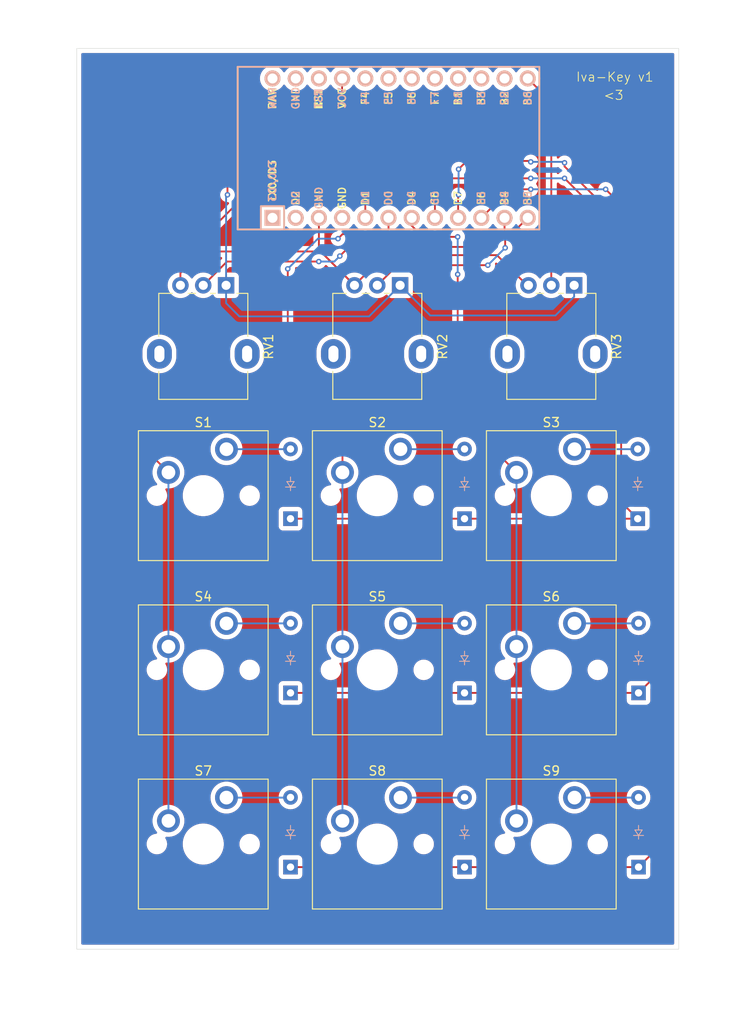
<source format=kicad_pcb>
(kicad_pcb (version 20240108) (generator "pcbnew") (generator_version "8.0")
  (layers (0 "F.Cu" signal) (31 "B.Cu" signal) (34 "B.Paste" user) (35 "F.Paste" user) (36 "B.SilkS" user "B.Silkscreen") (37 "F.SilkS" user "F.Silkscreen") (38 "B.Mask" user) (39 "F.Mask" user) (44 "Edge.Cuts" user))
  (net 0 "")
  (net 1 "row 1")
  (net 2 "Net-(D1-A)")
  (net 3 "Net-(D2-A)")
  (net 4 "Net-(D3-A)")
  (net 5 "Net-(D4-A)")
  (net 6 "row 2")
  (net 7 "Net-(D5-A)")
  (net 8 "Net-(D6-A)")
  (net 9 "row 3")
  (net 10 "Net-(D7-A)")
  (net 11 "Net-(D8-A)")
  (net 12 "Net-(D9-A)")
  (net 13 "vol 1")
  (net 14 "gnd")
  (net 15 "vcc")
  (net 16 "vol 2")
  (net 17 "vol 3")
  (net 18 "col 1")
  (net 19 "col 2")
  (net 20 "col 3")
  (footprint "Potentiometer_THT:Potentiometer_Alpha_RD901F-40-00D_Single_Vertical" (layer "F.Cu") (at 97.75 53.2 -90)
    (property "Reference" "RV1" (at 6.71 -4.64 90) (layer "F.SilkS"))
    (property "Value" "R_Potentiometer")
    (fp_line (start 0.88 7.37) (end 5.6 7.37) (stroke (width 0.12)) (layer "F.SilkS"))
    (fp_line (start 0.88 7.37) (end 0.88 5.88) (stroke (width 0.12)) (layer "F.SilkS"))
    (fp_line (start 9.41 7.37) (end 12.47 7.37) (stroke (width 0.12)) (layer "F.SilkS"))
    (fp_line (start 12.47 7.37) (end 12.47 -2.37) (stroke (width 0.12)) (layer "F.SilkS"))
    (fp_line (start 0.88 4.16) (end 0.88 3.33) (stroke (width 0.12)) (layer "F.SilkS"))
    (fp_line (start 0.88 1.71) (end 0.88 1.18) (stroke (width 0.12)) (layer "F.SilkS"))
    (fp_line (start 0.88 -1.19) (end 0.88 -2.37) (stroke (width 0.12)) (layer "F.SilkS"))
    (fp_line (start 9.41 -2.37) (end 12.47 -2.37) (stroke (width 0.12)) (layer "F.SilkS"))
    (fp_line (start 0.88 -2.38) (end 5.6 -2.38) (stroke (width 0.12)) (layer "F.SilkS"))
    (pad "" thru_hole oval (at 7.5 -2.3) (size 2.72 3.24) (drill oval 1.1 1.8) (layers "*.Cu" "*.Mask"))
    (pad "" thru_hole oval (at 7.5 7.3) (size 2.72 3.24) (drill oval 1.1 1.8) (layers "*.Cu" "*.Mask"))
    (pad "1" thru_hole rect (at 0 0) (size 1.8 1.8) (drill 1) (layers "*.Cu" "*.Mask") (net 15 "vcc"))
    (pad "2" thru_hole circle (at 0 2.5) (size 1.8 1.8) (drill 1) (layers "*.Cu" "*.Mask") (net 13 "vol 1"))
    (pad "3" thru_hole circle (at 0 5) (size 1.8 1.8) (drill 1) (layers "*.Cu" "*.Mask") (net 14 "gnd"))
  )
  (footprint "ScottoKeebs_MX:MX_PCB_1.00u" (layer "F.Cu") (at 95.25 76.2)
    (property "Reference" "S1" (at 0 -8 0) (layer "F.SilkS"))
    (property "Value" "Keyswitch")
    (fp_line (start -7.1 -7.1) (end -7.1 7.1) (stroke (width 0.12)) (layer "F.SilkS"))
    (fp_line (start -7.1 7.1) (end 7.1 7.1) (stroke (width 0.12)) (layer "F.SilkS"))
    (fp_line (start 7.1 -7.1) (end -7.1 -7.1) (stroke (width 0.12)) (layer "F.SilkS"))
    (fp_line (start 7.1 7.1) (end 7.1 -7.1) (stroke (width 0.12)) (layer "F.SilkS"))
    (pad "" np_thru_hole circle (at -5.08 0) (size 1.75 1.75) (drill 1.75) (layers "*.Cu" "*.Mask"))
    (pad "" np_thru_hole circle (at 0 0) (size 4 4) (drill 4) (layers "*.Cu" "*.Mask"))
    (pad "" np_thru_hole circle (at 5.08 0) (size 1.75 1.75) (drill 1.75) (layers "*.Cu" "*.Mask"))
    (pad "1" thru_hole circle (at -3.81 -2.54) (size 2.5 2.5) (drill 1.5) (layers "*.Cu" "*.Mask") (net 18 "col 1"))
    (pad "2" thru_hole circle (at 2.54 -5.08) (size 2.5 2.5) (drill 1.5) (layers "*.Cu" "*.Mask") (net 2 "Net-(D1-A)"))
  )
  (footprint "Potentiometer_THT:Potentiometer_Alpha_RD901F-40-00D_Single_Vertical" (layer "F.Cu") (at 135.85 53.2 -90)
    (property "Reference" "RV3" (at 6.71 -4.64 90) (layer "F.SilkS"))
    (property "Value" "R_Potentiometer")
    (fp_line (start 0.88 7.37) (end 5.6 7.37) (stroke (width 0.12)) (layer "F.SilkS"))
    (fp_line (start 0.88 7.37) (end 0.88 5.88) (stroke (width 0.12)) (layer "F.SilkS"))
    (fp_line (start 9.41 7.37) (end 12.47 7.37) (stroke (width 0.12)) (layer "F.SilkS"))
    (fp_line (start 12.47 7.37) (end 12.47 -2.37) (stroke (width 0.12)) (layer "F.SilkS"))
    (fp_line (start 0.88 4.16) (end 0.88 3.33) (stroke (width 0.12)) (layer "F.SilkS"))
    (fp_line (start 0.88 1.71) (end 0.88 1.18) (stroke (width 0.12)) (layer "F.SilkS"))
    (fp_line (start 0.88 -1.19) (end 0.88 -2.37) (stroke (width 0.12)) (layer "F.SilkS"))
    (fp_line (start 9.41 -2.37) (end 12.47 -2.37) (stroke (width 0.12)) (layer "F.SilkS"))
    (fp_line (start 0.88 -2.38) (end 5.6 -2.38) (stroke (width 0.12)) (layer "F.SilkS"))
    (pad "" thru_hole oval (at 7.5 -2.3) (size 2.72 3.24) (drill oval 1.1 1.8) (layers "*.Cu" "*.Mask"))
    (pad "" thru_hole oval (at 7.5 7.3) (size 2.72 3.24) (drill oval 1.1 1.8) (layers "*.Cu" "*.Mask"))
    (pad "1" thru_hole rect (at 0 0) (size 1.8 1.8) (drill 1) (layers "*.Cu" "*.Mask") (net 15 "vcc"))
    (pad "2" thru_hole circle (at 0 2.5) (size 1.8 1.8) (drill 1) (layers "*.Cu" "*.Mask") (net 17 "vol 3"))
    (pad "3" thru_hole circle (at 0 5) (size 1.8 1.8) (drill 1) (layers "*.Cu" "*.Mask") (net 14 "gnd"))
  )
  (footprint "ScottoKeebs_MCU:Arduino_Pro_Micro" (layer "F.Cu") (at 116.8 38.2 90)
    (property "Reference" "U1" (hide yes))
    (property "Value" "Arduino_Pro_Micro" (hide yes))
    (fp_line (start 8.89 -17.78) (end -8.89 -17.78) (stroke (width 0.2)) (layer "B.SilkS"))
    (fp_line (start -8.89 -17.78) (end -8.89 15.24) (stroke (width 0.2)) (layer "B.SilkS"))
    (fp_line (start -6.35 -15.24) (end -8.89 -15.24) (stroke (width 0.2)) (layer "B.SilkS"))
    (fp_line (start -6.35 -15.24) (end -6.35 -12.7) (stroke (width 0.2)) (layer "B.SilkS"))
    (fp_line (start -6.35 -12.7) (end -8.89 -12.7) (stroke (width 0.2)) (layer "B.SilkS"))
    (fp_line (start 8.89 15.24) (end 8.89 -17.78) (stroke (width 0.2)) (layer "B.SilkS"))
    (fp_line (start -8.89 15.24) (end 8.89 15.24) (stroke (width 0.2)) (layer "B.SilkS"))
    (fp_poly (pts (xy 6.244635 -9.35097) (xy 6.244635 -8.55097) (xy 6.344635 -8.55097) (xy 6.344635 -9.35097)) (stroke (width 0.15)) (fill solid) (layer "B.SilkS"))
    (fp_poly (pts (xy 5.844635 -9.35097) (xy 5.844635 -9.25097) (xy 6.344635 -9.25097) (xy 6.344635 -9.35097)) (stroke (width 0.15)) (fill solid) (layer "B.SilkS"))
    (fp_poly (pts (xy 5.844635 -9.35097) (xy 5.844635 -9.05097) (xy 5.944635 -9.05097) (xy 5.944635 -9.35097)) (stroke (width 0.15)) (fill solid) (layer "B.SilkS"))
    (fp_poly (pts (xy 6.044635 -8.95097) (xy 6.044635 -8.85097) (xy 6.144635 -8.85097) (xy 6.144635 -8.95097)) (stroke (width 0.15)) (fill solid) (layer "B.SilkS"))
    (fp_poly (pts (xy 5.844635 -8.75097) (xy 5.844635 -8.55097) (xy 5.944635 -8.55097) (xy 5.944635 -8.75097)) (stroke (width 0.15)) (fill solid) (layer "B.SilkS"))
    (fp_line (start 8.89 -17.78) (end -8.89 -17.78) (stroke (width 0.2)) (layer "F.SilkS"))
    (fp_line (start -8.89 -17.78) (end -8.89 15.24) (stroke (width 0.2)) (layer "F.SilkS"))
    (fp_line (start -6.35 -15.24) (end -8.89 -15.24) (stroke (width 0.2)) (layer "F.SilkS"))
    (fp_line (start -6.35 -15.24) (end -6.35 -12.7) (stroke (width 0.2)) (layer "F.SilkS"))
    (fp_line (start -6.35 -12.7) (end -8.89 -12.7) (stroke (width 0.2)) (layer "F.SilkS"))
    (fp_line (start 8.89 15.24) (end 8.89 -17.78) (stroke (width 0.2)) (layer "F.SilkS"))
    (fp_line (start -8.89 15.24) (end 8.89 15.24) (stroke (width 0.2)) (layer "F.SilkS"))
    (fp_poly (pts (xy 4.931568 -9.36064) (xy 4.931568 -9.26064) (xy 4.431568 -9.26064) (xy 4.431568 -9.36064)) (stroke (width 0.15)) (fill solid) (layer "F.SilkS"))
    (fp_poly (pts (xy 4.931568 -9.36064) (xy 4.931568 -9.06064) (xy 4.831568 -9.06064) (xy 4.831568 -9.36064)) (stroke (width 0.15)) (fill solid) (layer "F.SilkS"))
    (fp_poly (pts (xy 4.531568 -9.36064) (xy 4.531568 -8.56064) (xy 4.431568 -8.56064) (xy 4.431568 -9.36064)) (stroke (width 0.15)) (fill solid) (layer "F.SilkS"))
    (fp_poly (pts (xy 4.731568 -8.96064) (xy 4.731568 -8.86064) (xy 4.631568 -8.86064) (xy 4.631568 -8.96064)) (stroke (width 0.15)) (fill solid) (layer "F.SilkS"))
    (fp_poly (pts (xy 4.931568 -8.76064) (xy 4.931568 -8.56064) (xy 4.831568 -8.56064) (xy 4.831568 -8.76064)) (stroke (width 0.15)) (fill solid) (layer "F.SilkS"))
    (fp_text user "GND" (at -5.461 -8.89 -90) (layer "B.SilkS") (effects (font (size 0.8 0.8)) (justify mirror)))
    (fp_text user "ST" (at 5.04 -8.91 -90) (layer "B.SilkS") (effects (font (size 0.8 0.8)) (justify mirror)))
    (fp_text user "D1" (at -5.461 -3.81 -90) (layer "B.SilkS") (effects (font (size 0.8 0.8)) (justify mirror)))
    (fp_text user "TX0/D3" (at -3.571872 -13.97 -90) (layer "B.SilkS") (effects (font (size 0.8 0.8)) (justify mirror)))
    (fp_text user "B1" (at 5.461 6.35 -90) (layer "B.SilkS") (effects (font (size 0.8 0.8)) (justify mirror)))
    (fp_text user "B4" (at -5.461 11.43 -90) (layer "B.SilkS") (effects (font (size 0.8 0.8)) (justify mirror)))
    (fp_text user "D0" (at -5.461 -1.27 -90) (layer "B.SilkS") (effects (font (size 0.8 0.8)) (justify mirror)))
    (fp_text user "B5" (at -5.461 13.97 -90) (layer "B.SilkS") (effects (font (size 0.8 0.8)) (justify mirror)))
    (fp_text user "F6" (at 5.461 1.27 -90) (layer "B.SilkS") (effects (font (size 0.8 0.8)) (justify mirror)))
    (fp_text user "RAW" (at 5.461 -13.97 -90) (layer "B.SilkS") (effects (font (size 0.8 0.8)) (justify mirror)))
    (fp_text user "F7" (at 5.461 3.81 -90) (layer "B.SilkS") (effects (font (size 0.8 0.8)) (justify mirror)))
    (fp_text user "B2" (at 5.461 11.43 -90) (layer "B.SilkS") (effects (font (size 0.8 0.8)) (justify mirror)))
    (fp_text user "VCC" (at 5.461 -6.35 -90) (layer "B.SilkS") (effects (font (size 0.8 0.8)) (justify mirror)))
    (fp_text user "GND" (at 5.461 -11.43 -90) (layer "B.SilkS") (effects (font (size 0.8 0.8)) (justify mirror)))
    (fp_text user "F4" (at 5.461 -3.81 -90) (layer "B.SilkS") (effects (font (size 0.8 0.8)) (justify mirror)))
    (fp_text user "B6" (at 5.461 13.97 -90) (layer "B.SilkS") (effects (font (size 0.8 0.8)) (justify mirror)))
    (fp_text user "C6" (at -5.461 3.81 -90) (layer "B.SilkS") (effects (font (size 0.8 0.8)) (justify mirror)))
    (fp_text user "D2" (at -5.461 -11.43 -90) (layer "B.SilkS") (effects (font (size 0.8 0.8)) (justify mirror)))
    (fp_text user "B3" (at 5.461 8.89 -90) (layer "B.SilkS") (effects (font (size 0.8 0.8)) (justify mirror)))
    (fp_text user "D4" (at -5.461 1.27 -90) (layer "B.SilkS") (effects (font (size 0.8 0.8)) (justify mirror)))
    (fp_text user "E6" (at -5.461 8.89 -90) (layer "B.SilkS") (effects (font (size 0.8 0.8)) (justify mirror)))
    (fp_text user "F5" (at 5.461 -1.27 -90) (layer "B.SilkS") (effects (font (size 0.8 0.8)) (justify mirror)))
    (fp_text user "D1" (at -5.461 -3.81 -90) (layer "F.SilkS") (effects (font (size 0.8 0.8))))
    (fp_text user "D0" (at -5.461 -1.27 -90) (layer "F.SilkS") (effects (font (size 0.8 0.8))))
    (fp_text user "D2" (at -5.461 -11.43 -90) (layer "F.SilkS") (effects (font (size 0.8 0.8))))
    (fp_text user "D7" (at -5.461 6.35 -90) (layer "F.SilkS") (effects (font (size 0.8 0.8))))
    (fp_text user "B3" (at 5.461 8.89 -90) (layer "F.SilkS") (effects (font (size 0.8 0.8))))
    (fp_text user "ST" (at 5.73312 -8.92 -90) (layer "F.SilkS") (effects (font (size 0.8 0.8))))
    (fp_text user "C6" (at -5.461 3.81 -90) (layer "F.SilkS") (effects (font (size 0.8 0.8))))
    (fp_text user "E6" (at -5.461 8.89 -90) (layer "F.SilkS") (effects (font (size 0.8 0.8))))
    (fp_text user "B2" (at 5.461 11.43 -90) (layer "F.SilkS") (effects (font (size 0.8 0.8))))
    (fp_text user "B5" (at -5.461 13.97 -90) (layer "F.SilkS") (effects (font (size 0.8 0.8))))
    (fp_text user "GND" (at -5.461 -6.35 -90) (layer "F.SilkS") (effects (font (size 0.8 0.8))))
    (fp_text user "B4" (at -5.461 11.43 -90) (layer "F.SilkS") (effects (font (size 0.8 0.8))))
    (fp_text user "D4" (at -5.461 1.27 -90) (layer "F.SilkS") (effects (font (size 0.8 0.8))))
    (fp_text user "VCC" (at 5.461 -6.35 -90) (layer "F.SilkS") (effects (font (size 0.8 0.8))))
    (fp_text user "F4" (at 5.461 -3.81 -90) (layer "F.SilkS") (effects (font (size 0.8 0.8))))
    (fp_text user "B1" (at 5.461 6.35 -90) (layer "F.SilkS") (effects (font (size 0.8 0.8))))
    (fp_text user "F7" (at 5.461 3.81 -90) (layer "F.SilkS") (effects (font (size 0.8 0.8))))
    (fp_text user "F5" (at 5.461 -1.27 -90) (layer "F.SilkS") (effects (font (size 0.8 0.8))))
    (fp_text user "RAW" (at 5.461 -13.97 -90) (layer "F.SilkS") (effects (font (size 0.8 0.8))))
    (fp_text user "B6" (at 5.461 13.97 -90) (layer "F.SilkS") (effects (font (size 0.8 0.8))))
    (fp_text user "GND" (at 5.461 -11.43 -90) (layer "F.SilkS") (effects (font (size 0.8 0.8))))
    (fp_text user "F6" (at 5.461 1.27 -90) (layer "F.SilkS") (effects (font (size 0.8 0.8))))
    (fp_text user "TX0/D3" (at -3.571872 -13.97 -90) (layer "F.SilkS") (effects (font (size 0.8 0.8))))
    (fp_text user "GND" (at -5.461 -8.89 -90) (layer "F.SilkS") (effects (font (size 0.8 0.8))))
    (pad "1" thru_hole rect (at -7.62 -13.97) (size 1.7526 1.7526) (drill 1.0922) (layers "*.Cu" "*.SilkS" "*.Mask"))
    (pad "2" thru_hole circle (at -7.62 -11.43) (size 1.7526 1.7526) (drill 1.0922) (layers "*.Cu" "*.SilkS" "*.Mask"))
    (pad "3" thru_hole circle (at -7.62 -8.89) (size 1.7526 1.7526) (drill 1.0922) (layers "*.Cu" "*.SilkS" "*.Mask") (net 14 "gnd"))
    (pad "4" thru_hole circle (at -7.62 -6.35) (size 1.7526 1.7526) (drill 1.0922) (layers "*.Cu" "*.SilkS" "*.Mask"))
    (pad "5" thru_hole circle (at -7.62 -3.81) (size 1.7526 1.7526) (drill 1.0922) (layers "*.Cu" "*.SilkS" "*.Mask") (net 18 "col 1"))
    (pad "6" thru_hole circle (at -7.62 -1.27) (size 1.7526 1.7526) (drill 1.0922) (layers "*.Cu" "*.SilkS" "*.Mask") (net 19 "col 2"))
    (pad "7" thru_hole circle (at -7.62 1.27) (size 1.7526 1.7526) (drill 1.0922) (layers "*.Cu" "*.SilkS" "*.Mask") (net 20 "col 3"))
    (pad "8" thru_hole circle (at -7.62 3.81) (size 1.7526 1.7526) (drill 1.0922) (layers "*.Cu" "*.SilkS" "*.Mask") (net 1 "row 1"))
    (pad "9" thru_hole circle (at -7.62 6.35) (size 1.7526 1.7526) (drill 1.0922) (layers "*.Cu" "*.SilkS" "*.Mask") (net 6 "row 2"))
    (pad "10" thru_hole circle (at -7.62 8.89) (size 1.7526 1.7526) (drill 1.0922) (layers "*.Cu" "*.SilkS" "*.Mask") (net 9 "row 3"))
    (pad "11" thru_hole circle (at -7.62 11.43) (size 1.7526 1.7526) (drill 1.0922) (layers "*.Cu" "*.SilkS" "*.Mask") (net 13 "vol 1"))
    (pad "12" thru_hole circle (at -7.62 13.97) (size 1.7526 1.7526) (drill 1.0922) (layers "*.Cu" "*.SilkS" "*.Mask") (net 16 "vol 2"))
    (pad "13" thru_hole circle (at 7.62 13.97) (size 1.7526 1.7526) (drill 1.0922) (layers "*.Cu" "*.SilkS" "*.Mask") (net 17 "vol 3"))
    (pad "14" thru_hole circle (at 7.62 11.43) (size 1.7526 1.7526) (drill 1.0922) (layers "*.Cu" "*.SilkS" "*.Mask"))
    (pad "15" thru_hole circle (at 7.62 8.89) (size 1.7526 1.7526) (drill 1.0922) (layers "*.Cu" "*.SilkS" "*.Mask"))
    (pad "16" thru_hole circle (at 7.62 6.35) (size 1.7526 1.7526) (drill 1.0922) (layers "*.Cu" "*.SilkS" "*.Mask"))
    (pad "17" thru_hole circle (at 7.62 3.81) (size 1.7526 1.7526) (drill 1.0922) (layers "*.Cu" "*.SilkS" "*.Mask"))
    (pad "18" thru_hole circle (at 7.62 1.27) (size 1.7526 1.7526) (drill 1.0922) (layers "*.Cu" "*.SilkS" "*.Mask"))
    (pad "19" thru_hole circle (at 7.62 -1.27) (size 1.7526 1.7526) (drill 1.0922) (layers "*.Cu" "*.SilkS" "*.Mask"))
    (pad "20" thru_hole circle (at 7.62 -3.81) (size 1.7526 1.7526) (drill 1.0922) (layers "*.Cu" "*.SilkS" "*.Mask"))
    (pad "21" thru_hole circle (at 7.62 -6.35) (size 1.7526 1.7526) (drill 1.0922) (layers "*.Cu" "*.SilkS" "*.Mask") (net 15 "vcc"))
    (pad "22" thru_hole circle (at 7.62 -8.89) (size 1.7526 1.7526) (drill 1.0922) (layers "*.Cu" "*.SilkS" "*.Mask"))
    (pad "23" thru_hole circle (at 7.62 -11.43) (size 1.7526 1.7526) (drill 1.0922) (layers "*.Cu" "*.SilkS" "*.Mask"))
    (pad "24" thru_hole circle (at 7.62 -13.97) (size 1.7526 1.7526) (drill 1.0922) (layers "*.Cu" "*.SilkS" "*.Mask"))
  )
  (footprint "ScottoKeebs_MX:MX_PCB_1.00u" (layer "F.Cu") (at 133.35 95.25)
    (property "Reference" "S6" (at 0 -8 0) (layer "F.SilkS"))
    (property "Value" "Keyswitch")
    (fp_line (start -7.1 -7.1) (end -7.1 7.1) (stroke (width 0.12)) (layer "F.SilkS"))
    (fp_line (start -7.1 7.1) (end 7.1 7.1) (stroke (width 0.12)) (layer "F.SilkS"))
    (fp_line (start 7.1 -7.1) (end -7.1 -7.1) (stroke (width 0.12)) (layer "F.SilkS"))
    (fp_line (start 7.1 7.1) (end 7.1 -7.1) (stroke (width 0.12)) (layer "F.SilkS"))
    (pad "" np_thru_hole circle (at -5.08 0) (size 1.75 1.75) (drill 1.75) (layers "*.Cu" "*.Mask"))
    (pad "" np_thru_hole circle (at 0 0) (size 4 4) (drill 4) (layers "*.Cu" "*.Mask"))
    (pad "" np_thru_hole circle (at 5.08 0) (size 1.75 1.75) (drill 1.75) (layers "*.Cu" "*.Mask"))
    (pad "1" thru_hole circle (at -3.81 -2.54) (size 2.5 2.5) (drill 1.5) (layers "*.Cu" "*.Mask") (net 20 "col 3"))
    (pad "2" thru_hole circle (at 2.54 -5.08) (size 2.5 2.5) (drill 1.5) (layers "*.Cu" "*.Mask") (net 8 "Net-(D6-A)"))
  )
  (footprint "ScottoKeebs_MX:MX_PCB_1.00u" (layer "F.Cu") (at 95.25 114.3)
    (property "Reference" "S7" (at 0 -8 0) (layer "F.SilkS"))
    (property "Value" "Keyswitch")
    (fp_line (start -7.1 -7.1) (end -7.1 7.1) (stroke (width 0.12)) (layer "F.SilkS"))
    (fp_line (start -7.1 7.1) (end 7.1 7.1) (stroke (width 0.12)) (layer "F.SilkS"))
    (fp_line (start 7.1 -7.1) (end -7.1 -7.1) (stroke (width 0.12)) (layer "F.SilkS"))
    (fp_line (start 7.1 7.1) (end 7.1 -7.1) (stroke (width 0.12)) (layer "F.SilkS"))
    (pad "" np_thru_hole circle (at -5.08 0) (size 1.75 1.75) (drill 1.75) (layers "*.Cu" "*.Mask"))
    (pad "" np_thru_hole circle (at 0 0) (size 4 4) (drill 4) (layers "*.Cu" "*.Mask"))
    (pad "" np_thru_hole circle (at 5.08 0) (size 1.75 1.75) (drill 1.75) (layers "*.Cu" "*.Mask"))
    (pad "1" thru_hole circle (at -3.81 -2.54) (size 2.5 2.5) (drill 1.5) (layers "*.Cu" "*.Mask") (net 18 "col 1"))
    (pad "2" thru_hole circle (at 2.54 -5.08) (size 2.5 2.5) (drill 1.5) (layers "*.Cu" "*.Mask") (net 10 "Net-(D7-A)"))
  )
  (footprint "ScottoKeebs_MX:MX_PCB_1.00u" (layer "F.Cu") (at 114.3 76.2)
    (property "Reference" "S2" (at 0 -8 0) (layer "F.SilkS"))
    (property "Value" "Keyswitch")
    (fp_line (start -7.1 -7.1) (end -7.1 7.1) (stroke (width 0.12)) (layer "F.SilkS"))
    (fp_line (start -7.1 7.1) (end 7.1 7.1) (stroke (width 0.12)) (layer "F.SilkS"))
    (fp_line (start 7.1 -7.1) (end -7.1 -7.1) (stroke (width 0.12)) (layer "F.SilkS"))
    (fp_line (start 7.1 7.1) (end 7.1 -7.1) (stroke (width 0.12)) (layer "F.SilkS"))
    (pad "" np_thru_hole circle (at -5.08 0) (size 1.75 1.75) (drill 1.75) (layers "*.Cu" "*.Mask"))
    (pad "" np_thru_hole circle (at 0 0) (size 4 4) (drill 4) (layers "*.Cu" "*.Mask"))
    (pad "" np_thru_hole circle (at 5.08 0) (size 1.75 1.75) (drill 1.75) (layers "*.Cu" "*.Mask"))
    (pad "1" thru_hole circle (at -3.81 -2.54) (size 2.5 2.5) (drill 1.5) (layers "*.Cu" "*.Mask") (net 19 "col 2"))
    (pad "2" thru_hole circle (at 2.54 -5.08) (size 2.5 2.5) (drill 1.5) (layers "*.Cu" "*.Mask") (net 3 "Net-(D2-A)"))
  )
  (footprint "ScottoKeebs_MX:MX_PCB_1.00u" (layer "F.Cu") (at 133.35 114.3)
    (property "Reference" "S9" (at 0 -8 0) (layer "F.SilkS"))
    (property "Value" "Keyswitch")
    (fp_line (start -7.1 -7.1) (end -7.1 7.1) (stroke (width 0.12)) (layer "F.SilkS"))
    (fp_line (start -7.1 7.1) (end 7.1 7.1) (stroke (width 0.12)) (layer "F.SilkS"))
    (fp_line (start 7.1 -7.1) (end -7.1 -7.1) (stroke (width 0.12)) (layer "F.SilkS"))
    (fp_line (start 7.1 7.1) (end 7.1 -7.1) (stroke (width 0.12)) (layer "F.SilkS"))
    (pad "" np_thru_hole circle (at -5.08 0) (size 1.75 1.75) (drill 1.75) (layers "*.Cu" "*.Mask"))
    (pad "" np_thru_hole circle (at 0 0) (size 4 4) (drill 4) (layers "*.Cu" "*.Mask"))
    (pad "" np_thru_hole circle (at 5.08 0) (size 1.75 1.75) (drill 1.75) (layers "*.Cu" "*.Mask"))
    (pad "1" thru_hole circle (at -3.81 -2.54) (size 2.5 2.5) (drill 1.5) (layers "*.Cu" "*.Mask") (net 20 "col 3"))
    (pad "2" thru_hole circle (at 2.54 -5.08) (size 2.5 2.5) (drill 1.5) (layers "*.Cu" "*.Mask") (net 12 "Net-(D9-A)"))
  )
  (footprint "Potentiometer_THT:Potentiometer_Alpha_RD901F-40-00D_Single_Vertical" (layer "F.Cu") (at 116.8 53.2 -90)
    (property "Reference" "RV2" (at 6.71 -4.64 90) (layer "F.SilkS"))
    (property "Value" "R_Potentiometer")
    (fp_line (start 0.88 7.37) (end 5.6 7.37) (stroke (width 0.12)) (layer "F.SilkS"))
    (fp_line (start 0.88 7.37) (end 0.88 5.88) (stroke (width 0.12)) (layer "F.SilkS"))
    (fp_line (start 9.41 7.37) (end 12.47 7.37) (stroke (width 0.12)) (layer "F.SilkS"))
    (fp_line (start 12.47 7.37) (end 12.47 -2.37) (stroke (width 0.12)) (layer "F.SilkS"))
    (fp_line (start 0.88 4.16) (end 0.88 3.33) (stroke (width 0.12)) (layer "F.SilkS"))
    (fp_line (start 0.88 1.71) (end 0.88 1.18) (stroke (width 0.12)) (layer "F.SilkS"))
    (fp_line (start 0.88 -1.19) (end 0.88 -2.37) (stroke (width 0.12)) (layer "F.SilkS"))
    (fp_line (start 9.41 -2.37) (end 12.47 -2.37) (stroke (width 0.12)) (layer "F.SilkS"))
    (fp_line (start 0.88 -2.38) (end 5.6 -2.38) (stroke (width 0.12)) (layer "F.SilkS"))
    (pad "" thru_hole oval (at 7.5 -2.3) (size 2.72 3.24) (drill oval 1.1 1.8) (layers "*.Cu" "*.Mask"))
    (pad "" thru_hole oval (at 7.5 7.3) (size 2.72 3.24) (drill oval 1.1 1.8) (layers "*.Cu" "*.Mask"))
    (pad "1" thru_hole rect (at 0 0) (size 1.8 1.8) (drill 1) (layers "*.Cu" "*.Mask") (net 15 "vcc"))
    (pad "2" thru_hole circle (at 0 2.5) (size 1.8 1.8) (drill 1) (layers "*.Cu" "*.Mask") (net 16 "vol 2"))
    (pad "3" thru_hole circle (at 0 5) (size 1.8 1.8) (drill 1) (layers "*.Cu" "*.Mask") (net 14 "gnd"))
  )
  (footprint "ScottoKeebs_MX:MX_PCB_1.00u" (layer "F.Cu") (at 114.3 95.25)
    (property "Reference" "S5" (at 0 -8 0) (layer "F.SilkS"))
    (property "Value" "Keyswitch")
    (fp_line (start -7.1 -7.1) (end -7.1 7.1) (stroke (width 0.12)) (layer "F.SilkS"))
    (fp_line (start -7.1 7.1) (end 7.1 7.1) (stroke (width 0.12)) (layer "F.SilkS"))
    (fp_line (start 7.1 -7.1) (end -7.1 -7.1) (stroke (width 0.12)) (layer "F.SilkS"))
    (fp_line (start 7.1 7.1) (end 7.1 -7.1) (stroke (width 0.12)) (layer "F.SilkS"))
    (pad "" np_thru_hole circle (at -5.08 0) (size 1.75 1.75) (drill 1.75) (layers "*.Cu" "*.Mask"))
    (pad "" np_thru_hole circle (at 0 0) (size 4 4) (drill 4) (layers "*.Cu" "*.Mask"))
    (pad "" np_thru_hole circle (at 5.08 0) (size 1.75 1.75) (drill 1.75) (layers "*.Cu" "*.Mask"))
    (pad "1" thru_hole circle (at -3.81 -2.54) (size 2.5 2.5) (drill 1.5) (layers "*.Cu" "*.Mask") (net 19 "col 2"))
    (pad "2" thru_hole circle (at 2.54 -5.08) (size 2.5 2.5) (drill 1.5) (layers "*.Cu" "*.Mask") (net 7 "Net-(D5-A)"))
  )
  (footprint "ScottoKeebs_MX:MX_PCB_1.00u" (layer "F.Cu") (at 133.35 76.2)
    (property "Reference" "S3" (at 0 -8 0) (layer "F.SilkS"))
    (property "Value" "Keyswitch")
    (fp_line (start -7.1 -7.1) (end -7.1 7.1) (stroke (width 0.12)) (layer "F.SilkS"))
    (fp_line (start -7.1 7.1) (end 7.1 7.1) (stroke (width 0.12)) (layer "F.SilkS"))
    (fp_line (start 7.1 -7.1) (end -7.1 -7.1) (stroke (width 0.12)) (layer "F.SilkS"))
    (fp_line (start 7.1 7.1) (end 7.1 -7.1) (stroke (width 0.12)) (layer "F.SilkS"))
    (pad "" np_thru_hole circle (at -5.08 0) (size 1.75 1.75) (drill 1.75) (layers "*.Cu" "*.Mask"))
    (pad "" np_thru_hole circle (at 0 0) (size 4 4) (drill 4) (layers "*.Cu" "*.Mask"))
    (pad "" np_thru_hole circle (at 5.08 0) (size 1.75 1.75) (drill 1.75) (layers "*.Cu" "*.Mask"))
    (pad "1" thru_hole circle (at -3.81 -2.54) (size 2.5 2.5) (drill 1.5) (layers "*.Cu" "*.Mask") (net 20 "col 3"))
    (pad "2" thru_hole circle (at 2.54 -5.08) (size 2.5 2.5) (drill 1.5) (layers "*.Cu" "*.Mask") (net 4 "Net-(D3-A)"))
  )
  (footprint "ScottoKeebs_MX:MX_PCB_1.00u" (layer "F.Cu") (at 114.3 114.3)
    (property "Reference" "S8" (at 0 -8 0) (layer "F.SilkS"))
    (property "Value" "Keyswitch")
    (fp_line (start -7.1 -7.1) (end -7.1 7.1) (stroke (width 0.12)) (layer "F.SilkS"))
    (fp_line (start -7.1 7.1) (end 7.1 7.1) (stroke (width 0.12)) (layer "F.SilkS"))
    (fp_line (start 7.1 -7.1) (end -7.1 -7.1) (stroke (width 0.12)) (layer "F.SilkS"))
    (fp_line (start 7.1 7.1) (end 7.1 -7.1) (stroke (width 0.12)) (layer "F.SilkS"))
    (pad "" np_thru_hole circle (at -5.08 0) (size 1.75 1.75) (drill 1.75) (layers "*.Cu" "*.Mask"))
    (pad "" np_thru_hole circle (at 0 0) (size 4 4) (drill 4) (layers "*.Cu" "*.Mask"))
    (pad "" np_thru_hole circle (at 5.08 0) (size 1.75 1.75) (drill 1.75) (layers "*.Cu" "*.Mask"))
    (pad "1" thru_hole circle (at -3.81 -2.54) (size 2.5 2.5) (drill 1.5) (layers "*.Cu" "*.Mask") (net 19 "col 2"))
    (pad "2" thru_hole circle (at 2.54 -5.08) (size 2.5 2.5) (drill 1.5) (layers "*.Cu" "*.Mask") (net 11 "Net-(D8-A)"))
  )
  (footprint "ScottoKeebs_MX:MX_PCB_1.00u" (layer "F.Cu") (at 95.25 95.25)
    (property "Reference" "S4" (at 0 -8 0) (layer "F.SilkS"))
    (property "Value" "Keyswitch")
    (fp_line (start -7.1 -7.1) (end -7.1 7.1) (stroke (width 0.12)) (layer "F.SilkS"))
    (fp_line (start -7.1 7.1) (end 7.1 7.1) (stroke (width 0.12)) (layer "F.SilkS"))
    (fp_line (start 7.1 -7.1) (end -7.1 -7.1) (stroke (width 0.12)) (layer "F.SilkS"))
    (fp_line (start 7.1 7.1) (end 7.1 -7.1) (stroke (width 0.12)) (layer "F.SilkS"))
    (pad "" np_thru_hole circle (at -5.08 0) (size 1.75 1.75) (drill 1.75) (layers "*.Cu" "*.Mask"))
    (pad "" np_thru_hole circle (at 0 0) (size 4 4) (drill 4) (layers "*.Cu" "*.Mask"))
    (pad "" np_thru_hole circle (at 5.08 0) (size 1.75 1.75) (drill 1.75) (layers "*.Cu" "*.Mask"))
    (pad "1" thru_hole circle (at -3.81 -2.54) (size 2.5 2.5) (drill 1.5) (layers "*.Cu" "*.Mask") (net 18 "col 1"))
    (pad "2" thru_hole circle (at 2.54 -5.08) (size 2.5 2.5) (drill 1.5) (layers "*.Cu" "*.Mask") (net 5 "Net-(D4-A)"))
  )
  (footprint "ScottoKeebs_Scotto:DO-35" (layer "B.Cu") (at 142.9 97.77 90)
    (property "Reference" "D6" (hide yes))
    (property "Value" "Diode" (hide yes))
    (fp_line (start 3.46 -0.55) (end 3.46 0.55) (stroke (width 0.1)) (layer "B.SilkS"))
    (fp_line (start 4.06 -0.4) (end 4.06 0.4) (stroke (width 0.1)) (layer "B.SilkS"))
    (fp_line (start 4.56 0) (end 4.06 0) (stroke (width 0.1)) (layer "B.SilkS"))
    (fp_line (start 3.46 0) (end 4.06 -0.4) (stroke (width 0.1)) (layer "B.SilkS"))
    (fp_line (start 3.46 0) (end 3.06 0) (stroke (width 0.1)) (layer "B.SilkS"))
    (fp_line (start 4.06 0.4) (end 3.46 0) (stroke (width 0.1)) (layer "B.SilkS"))
    (pad "1" thru_hole rect (at 0 0 90) (size 1.6 1.6) (drill 0.8) (layers "*.Cu" "*.Mask") (net 6 "row 2"))
    (pad "2" thru_hole oval (at 7.62 0 90) (size 1.6 1.6) (drill 0.8) (layers "*.Cu" "*.Mask") (net 8 "Net-(D6-A)"))
  )
  (footprint "ScottoKeebs_Scotto:DO-35" (layer "B.Cu") (at 142.9 116.82 90)
    (property "Reference" "D9" (hide yes))
    (property "Value" "Diode" (hide yes))
    (fp_line (start 3.46 -0.55) (end 3.46 0.55) (stroke (width 0.1)) (layer "B.SilkS"))
    (fp_line (start 4.06 -0.4) (end 4.06 0.4) (stroke (width 0.1)) (layer "B.SilkS"))
    (fp_line (start 4.56 0) (end 4.06 0) (stroke (width 0.1)) (layer "B.SilkS"))
    (fp_line (start 3.46 0) (end 4.06 -0.4) (stroke (width 0.1)) (layer "B.SilkS"))
    (fp_line (start 3.46 0) (end 3.06 0) (stroke (width 0.1)) (layer "B.SilkS"))
    (fp_line (start 4.06 0.4) (end 3.46 0) (stroke (width 0.1)) (layer "B.SilkS"))
    (pad "1" thru_hole rect (at 0 0 90) (size 1.6 1.6) (drill 0.8) (layers "*.Cu" "*.Mask") (net 9 "row 3"))
    (pad "2" thru_hole oval (at 7.62 0 90) (size 1.6 1.6) (drill 0.8) (layers "*.Cu" "*.Mask") (net 12 "Net-(D9-A)"))
  )
  (footprint "ScottoKeebs_Scotto:DO-35" (layer "B.Cu") (at 142.81 78.72 90)
    (property "Reference" "D3" (hide yes))
    (property "Value" "Diode" (hide yes))
    (fp_line (start 3.46 -0.55) (end 3.46 0.55) (stroke (width 0.1)) (layer "B.SilkS"))
    (fp_line (start 4.06 -0.4) (end 4.06 0.4) (stroke (width 0.1)) (layer "B.SilkS"))
    (fp_line (start 4.56 0) (end 4.06 0) (stroke (width 0.1)) (layer "B.SilkS"))
    (fp_line (start 3.46 0) (end 4.06 -0.4) (stroke (width 0.1)) (layer "B.SilkS"))
    (fp_line (start 3.46 0) (end 3.06 0) (stroke (width 0.1)) (layer "B.SilkS"))
    (fp_line (start 4.06 0.4) (end 3.46 0) (stroke (width 0.1)) (layer "B.SilkS"))
    (pad "1" thru_hole rect (at 0 0 90) (size 1.6 1.6) (drill 0.8) (layers "*.Cu" "*.Mask") (net 1 "row 1"))
    (pad "2" thru_hole oval (at 7.62 0 90) (size 1.6 1.6) (drill 0.8) (layers "*.Cu" "*.Mask") (net 4 "Net-(D3-A)"))
  )
  (footprint "ScottoKeebs_Scotto:DO-35" (layer "B.Cu") (at 104.8 116.82 90)
    (property "Reference" "D7" (hide yes))
    (property "Value" "Diode" (hide yes))
    (fp_line (start 3.46 -0.55) (end 3.46 0.55) (stroke (width 0.1)) (layer "B.SilkS"))
    (fp_line (start 4.06 -0.4) (end 4.06 0.4) (stroke (width 0.1)) (layer "B.SilkS"))
    (fp_line (start 4.56 0) (end 4.06 0) (stroke (width 0.1)) (layer "B.SilkS"))
    (fp_line (start 3.46 0) (end 4.06 -0.4) (stroke (width 0.1)) (layer "B.SilkS"))
    (fp_line (start 3.46 0) (end 3.06 0) (stroke (width 0.1)) (layer "B.SilkS"))
    (fp_line (start 4.06 0.4) (end 3.46 0) (stroke (width 0.1)) (layer "B.SilkS"))
    (pad "1" thru_hole rect (at 0 0 90) (size 1.6 1.6) (drill 0.8) (layers "*.Cu" "*.Mask") (net 9 "row 3"))
    (pad "2" thru_hole oval (at 7.62 0 90) (size 1.6 1.6) (drill 0.8) (layers "*.Cu" "*.Mask") (net 10 "Net-(D7-A)"))
  )
  (footprint "ScottoKeebs_Scotto:DO-35" (layer "B.Cu") (at 104.8 97.77 90)
    (property "Reference" "D4" (hide yes))
    (property "Value" "Diode" (hide yes))
    (fp_line (start 3.46 -0.55) (end 3.46 0.55) (stroke (width 0.1)) (layer "B.SilkS"))
    (fp_line (start 4.06 -0.4) (end 4.06 0.4) (stroke (width 0.1)) (layer "B.SilkS"))
    (fp_line (start 4.56 0) (end 4.06 0) (stroke (width 0.1)) (layer "B.SilkS"))
    (fp_line (start 3.46 0) (end 4.06 -0.4) (stroke (width 0.1)) (layer "B.SilkS"))
    (fp_line (start 3.46 0) (end 3.06 0) (stroke (width 0.1)) (layer "B.SilkS"))
    (fp_line (start 4.06 0.4) (end 3.46 0) (stroke (width 0.1)) (layer "B.SilkS"))
    (pad "1" thru_hole rect (at 0 0 90) (size 1.6 1.6) (drill 0.8) (layers "*.Cu" "*.Mask") (net 6 "row 2"))
    (pad "2" thru_hole oval (at 7.62 0 90) (size 1.6 1.6) (drill 0.8) (layers "*.Cu" "*.Mask") (net 5 "Net-(D4-A)"))
  )
  (footprint "ScottoKeebs_Scotto:DO-35" (layer "B.Cu") (at 123.85 116.82 90)
    (property "Reference" "D8" (hide yes))
    (property "Value" "Diode" (hide yes))
    (fp_line (start 3.46 -0.55) (end 3.46 0.55) (stroke (width 0.1)) (layer "B.SilkS"))
    (fp_line (start 4.06 -0.4) (end 4.06 0.4) (stroke (width 0.1)) (layer "B.SilkS"))
    (fp_line (start 4.56 0) (end 4.06 0) (stroke (width 0.1)) (layer "B.SilkS"))
    (fp_line (start 3.46 0) (end 4.06 -0.4) (stroke (width 0.1)) (layer "B.SilkS"))
    (fp_line (start 3.46 0) (end 3.06 0) (stroke (width 0.1)) (layer "B.SilkS"))
    (fp_line (start 4.06 0.4) (end 3.46 0) (stroke (width 0.1)) (layer "B.SilkS"))
    (pad "1" thru_hole rect (at 0 0 90) (size 1.6 1.6) (drill 0.8) (layers "*.Cu" "*.Mask") (net 9 "row 3"))
    (pad "2" thru_hole oval (at 7.62 0 90) (size 1.6 1.6) (drill 0.8) (layers "*.Cu" "*.Mask") (net 11 "Net-(D8-A)"))
  )
  (footprint "ScottoKeebs_Scotto:DO-35" (layer "B.Cu") (at 123.85 97.77 90)
    (property "Reference" "D5" (hide yes))
    (property "Value" "Diode" (hide yes))
    (fp_line (start 3.46 -0.55) (end 3.46 0.55) (stroke (width 0.1)) (layer "B.SilkS"))
    (fp_line (start 4.06 -0.4) (end 4.06 0.4) (stroke (width 0.1)) (layer "B.SilkS"))
    (fp_line (start 4.56 0) (end 4.06 0) (stroke (width 0.1)) (layer "B.SilkS"))
    (fp_line (start 3.46 0) (end 4.06 -0.4) (stroke (width 0.1)) (layer "B.SilkS"))
    (fp_line (start 3.46 0) (end 3.06 0) (stroke (width 0.1)) (layer "B.SilkS"))
    (fp_line (start 4.06 0.4) (end 3.46 0) (stroke (width 0.1)) (layer "B.SilkS"))
    (pad "1" thru_hole rect (at 0 0 90) (size 1.6 1.6) (drill 0.8) (layers "*.Cu" "*.Mask") (net 6 "row 2"))
    (pad "2" thru_hole oval (at 7.62 0 90) (size 1.6 1.6) (drill 0.8) (layers "*.Cu" "*.Mask") (net 7 "Net-(D5-A)"))
  )
  (footprint "ScottoKeebs_Scotto:DO-35" (layer "B.Cu") (at 104.8 78.72 90)
    (property "Reference" "D1" (hide yes))
    (property "Value" "Diode" (hide yes))
    (fp_line (start 3.46 -0.55) (end 3.46 0.55) (stroke (width 0.1)) (layer "B.SilkS"))
    (fp_line (start 4.06 -0.4) (end 4.06 0.4) (stroke (width 0.1)) (layer "B.SilkS"))
    (fp_line (start 4.56 0) (end 4.06 0) (stroke (width 0.1)) (layer "B.SilkS"))
    (fp_line (start 3.46 0) (end 4.06 -0.4) (stroke (width 0.1)) (layer "B.SilkS"))
    (fp_line (start 3.46 0) (end 3.06 0) (stroke (width 0.1)) (layer "B.SilkS"))
    (fp_line (start 4.06 0.4) (end 3.46 0) (stroke (width 0.1)) (layer "B.SilkS"))
    (pad "1" thru_hole rect (at 0 0 90) (size 1.6 1.6) (drill 0.8) (layers "*.Cu" "*.Mask") (net 1 "row 1"))
    (pad "2" thru_hole oval (at 7.62 0 90) (size 1.6 1.6) (drill 0.8) (layers "*.Cu" "*.Mask") (net 2 "Net-(D1-A)"))
  )
  (footprint "ScottoKeebs_Scotto:DO-35" (layer "B.Cu") (at 123.85 78.72 90)
    (property "Reference" "D2" (hide yes))
    (property "Value" "Diode" (hide yes))
    (fp_line (start 3.46 -0.55) (end 3.46 0.55) (stroke (width 0.1)) (layer "B.SilkS"))
    (fp_line (start 4.06 -0.4) (end 4.06 0.4) (stroke (width 0.1)) (layer "B.SilkS"))
    (fp_line (start 4.56 0) (end 4.06 0) (stroke (width 0.1)) (layer "B.SilkS"))
    (fp_line (start 3.46 0) (end 4.06 -0.4) (stroke (width 0.1)) (layer "B.SilkS"))
    (fp_line (start 3.46 0) (end 3.06 0) (stroke (width 0.1)) (layer "B.SilkS"))
    (fp_line (start 4.06 0.4) (end 3.46 0) (stroke (width 0.1)) (layer "B.SilkS"))
    (pad "1" thru_hole rect (at 0 0 90) (size 1.6 1.6) (drill 0.8) (layers "*.Cu" "*.Mask") (net 1 "row 1"))
    (pad "2" thru_hole oval (at 7.62 0 90) (size 1.6 1.6) (drill 0.8) (layers "*.Cu" "*.Mask") (net 3 "Net-(D2-A)"))
  )
  (gr_rect (start 81.4 27.3) (end 147.3 125.8) (stroke (width 0.05)) (fill none) (layer "Edge.Cuts"))
  (gr_text "<3" (at 139 33 0) (layer "F.SilkS") (effects (font (size 1 1) (thickness 0.1)) (justify left bottom)))
  (gr_text "Iva-Key v1" (at 136 31 0) (layer "F.SilkS") (effects (font (size 1 1) (thickness 0.1)) (justify left bottom)))
  (segment (start 141 47.7) (end 141 76.91) (width 0.2) (layer "F.Cu") (net 1))
  (segment (start 134.8 41.5) (end 141 47.7) (width 0.2) (layer "F.Cu") (net 1))
  (segment (start 122.4 41.5) (end 131.1 41.5) (width 0.2) (layer "F.Cu") (net 1))
  (segment (start 120.61 45.82) (end 120.61 43.29) (width 0.2) (layer "F.Cu") (net 1))
  (segment (start 141 76.91) (end 142.81 78.72) (width 0.2) (layer "F.Cu") (net 1))
  (segment (start 104.8 78.72) (end 123.85 78.72) (width 0.2) (layer "F.Cu") (net 1))
  (segment (start 120.61 43.29) (end 122.4 41.5) (width 0.2) (layer "F.Cu") (net 1))
  (segment (start 123.85 78.72) (end 142.81 78.72) (width 0.2) (layer "F.Cu") (net 1))
  (via (at 131.1 41.5) (size 0.6) (drill 0.3) (layers "F.Cu" "B.Cu") (net 1))
  (via (at 134.8 41.5) (size 0.6) (drill 0.3) (layers "F.Cu" "B.Cu") (net 1))
  (segment (start 131.1 41.5) (end 134.8 41.5) (width 0.2) (layer "B.Cu") (net 1))
  (segment (start 104.78 71.12) (end 104.8 71.1) (width 0.2) (layer "B.Cu") (net 2))
  (segment (start 97.79 71.12) (end 104.78 71.12) (width 0.2) (layer "B.Cu") (net 2))
  (segment (start 123.83 71.12) (end 123.85 71.1) (width 0.2) (layer "B.Cu") (net 3))
  (segment (start 116.84 71.12) (end 123.83 71.12) (width 0.2) (layer "B.Cu") (net 3))
  (segment (start 142.79 71.12) (end 142.81 71.1) (width 0.2) (layer "B.Cu") (net 4))
  (segment (start 135.89 71.12) (end 142.79 71.12) (width 0.2) (layer "B.Cu") (net 4))
  (segment (start 97.79 90.17) (end 104.78 90.17) (width 0.2) (layer "B.Cu") (net 5))
  (segment (start 104.78 90.17) (end 104.8 90.15) (width 0.2) (layer "B.Cu") (net 5))
  (segment (start 134.8 40.2) (end 134.8 39.8) (width 0.2) (layer "F.Cu") (net 6))
  (segment (start 123.2 43.3) (end 123.15 43.35) (width 0.2) (layer "F.Cu") (net 6))
  (segment (start 131 39.6) (end 124.1 39.6) (width 0.2) (layer "F.Cu") (net 6))
  (segment (start 123.15 43.35) (end 123.15 45.82) (width 0.2) (layer "F.Cu") (net 6))
  (segment (start 131.1 39.7) (end 131 39.6) (width 0.2) (layer "F.Cu") (net 6))
  (segment (start 144.7 50.1) (end 134.8 40.2) (width 0.2) (layer "F.Cu") (net 6))
  (segment (start 123.85 97.77) (end 142.9 97.77) (width 0.2) (layer "F.Cu") (net 6))
  (segment (start 142.9 97.77) (end 144.7 95.97) (width 0.2) (layer "F.Cu") (net 6))
  (segment (start 124.1 39.6) (end 123.2 40.5) (width 0.2) (layer "F.Cu") (net 6))
  (segment (start 144.7 95.97) (end 144.7 50.1) (width 0.2) (layer "F.Cu") (net 6))
  (segment (start 104.8 97.77) (end 123.85 97.77) (width 0.2) (layer "F.Cu") (net 6))
  (via (at 131.1 39.7) (size 0.6) (drill 0.3) (layers "F.Cu" "B.Cu") (net 6))
  (via (at 134.8 39.8) (size 0.6) (drill 0.3) (layers "F.Cu" "B.Cu") (net 6))
  (via (at 123.2 40.5) (size 0.6) (drill 0.3) (layers "F.Cu" "B.Cu") (net 6))
  (via (at 123.2 43.3) (size 0.6) (drill 0.3) (layers "F.Cu" "B.Cu") (net 6))
  (segment (start 123.2 40.5) (end 123.2 43.3) (width 0.2) (layer "B.Cu") (net 6))
  (segment (start 134.7 39.7) (end 134.8 39.8) (width 0.2) (layer "B.Cu") (net 6))
  (segment (start 131.1 39.7) (end 134.7 39.7) (width 0.2) (layer "B.Cu") (net 6))
  (segment (start 116.84 90.17) (end 123.83 90.17) (width 0.2) (layer "B.Cu") (net 7))
  (segment (start 123.83 90.17) (end 123.85 90.15) (width 0.2) (layer "B.Cu") (net 7))
  (segment (start 142.88 90.17) (end 142.9 90.15) (width 0.2) (layer "B.Cu") (net 8))
  (segment (start 135.89 90.17) (end 142.88 90.17) (width 0.2) (layer "B.Cu") (net 8))
  (segment (start 144.4 115.32) (end 144.68 115.32) (width 0.2) (layer "F.Cu") (net 9))
  (segment (start 145.4 114.6) (end 145.4 48.8) (width 0.2) (layer "F.Cu") (net 9))
  (segment (start 142.9 116.82) (end 144.4 115.32) (width 0.2) (layer "F.Cu") (net 9))
  (segment (start 128.7 42.7) (end 128.7 42.81) (width 0.2) (layer "F.Cu") (net 9))
  (segment (start 145.4 48.8) (end 139.3 42.7) (width 0.2) (layer "F.Cu") (net 9))
  (segment (start 144.68 115.32) (end 145.4 114.6) (width 0.2) (layer "F.Cu") (net 9))
  (segment (start 131.1 42.7) (end 128.7 42.7) (width 0.2) (layer "F.Cu") (net 9))
  (segment (start 128.7 42.81) (end 125.69 45.82) (width 0.2) (layer "F.Cu") (net 9))
  (segment (start 123.85 116.82) (end 142.9 116.82) (width 0.2) (layer "F.Cu") (net 9))
  (segment (start 104.8 116.82) (end 123.85 116.82) (width 0.2) (layer "F.Cu") (net 9))
  (via (at 131.1 42.7) (size 0.6) (drill 0.3) (layers "F.Cu" "B.Cu") (net 9))
  (via (at 139.3 42.7) (size 0.6) (drill 0.3) (layers "F.Cu" "B.Cu") (net 9))
  (segment (start 139.3 42.7) (end 131.1 42.7) (width 0.2) (layer "B.Cu") (net 9))
  (segment (start 97.79 109.22) (end 104.78 109.22) (width 0.2) (layer "B.Cu") (net 10))
  (segment (start 104.78 109.22) (end 104.8 109.2) (width 0.2) (layer "B.Cu") (net 10))
  (segment (start 116.84 109.22) (end 123.83 109.22) (width 0.2) (layer "B.Cu") (net 11))
  (segment (start 123.83 109.22) (end 123.85 109.2) (width 0.2) (layer "B.Cu") (net 11))
  (segment (start 142.88 109.22) (end 142.9 109.2) (width 0.2) (layer "B.Cu") (net 12))
  (segment (start 135.89 109.22) (end 142.88 109.22) (width 0.2) (layer "B.Cu") (net 12))
  (segment (start 110.2 50) (end 111.2 49) (width 0.2) (layer "F.Cu") (net 13))
  (segment (start 97.85 50.6) (end 107.9 50.6) (width 0.2) (layer "F.Cu") (net 13))
  (segment (start 128.23 47.27) (end 128.23 45.82) (width 0.2) (layer "F.Cu") (net 13))
  (segment (start 111.2 49) (end 126.5 49) (width 0.2) (layer "F.Cu") (net 13))
  (segment (start 95.25 53.2) (end 97.85 50.6) (width 0.2) (layer "F.Cu") (net 13))
  (segment (start 126.5 49) (end 128.23 47.27) (width 0.2) (layer "F.Cu") (net 13))
  (via (at 110.2 50) (size 0.6) (drill 0.3) (layers "F.Cu" "B.Cu") (net 13))
  (via (at 107.9 50.6) (size 0.6) (drill 0.3) (layers "F.Cu" "B.Cu") (net 13))
  (segment (start 109.6 50.6) (end 110.2 50) (width 0.2) (layer "B.Cu") (net 13))
  (segment (start 107.9 50.6) (end 109.6 50.6) (width 0.2) (layer "B.Cu") (net 13))
  (segment (start 115.1 49.9) (end 111.8 53.2) (width 0.2) (layer "F.Cu") (net 14))
  (segment (start 95.1 49.5) (end 92.75 51.85) (width 0.2) (layer "F.Cu") (net 14))
  (segment (start 107.91 49.31) (end 111.8 53.2) (width 0.2) (layer "F.Cu") (net 14))
  (segment (start 127.4 49.9) (end 115.1 49.9) (width 0.2) (layer "F.Cu") (net 14))
  (segment (start 92.75 51.85) (end 92.75 53.2) (width 0.2) (layer "F.Cu") (net 14))
  (segment (start 130.85 53.2) (end 130.7 53.2) (width 0.2) (layer "F.Cu") (net 14))
  (segment (start 108.1 49.5) (end 95.1 49.5) (width 0.2) (layer "F.Cu") (net 14))
  (segment (start 111.8 53.2) (end 108.1 49.5) (width 0.2) (layer "F.Cu") (net 14))
  (segment (start 130.7 53.2) (end 127.4 49.9) (width 0.2) (layer "F.Cu") (net 14))
  (segment (start 107.91 45.82) (end 107.91 49.31) (width 0.2) (layer "F.Cu") (net 14))
  (segment (start 109.2 38.8) (end 110.45 37.55) (width 0.2) (layer "F.Cu") (net 15))
  (segment (start 110.45 37.55) (end 110.45 30.58) (width 0.2) (layer "F.Cu") (net 15))
  (segment (start 99.1 38.8) (end 109.2 38.8) (width 0.2) (layer "F.Cu") (net 15))
  (segment (start 97.9 40) (end 99.1 38.8) (width 0.2) (layer "F.Cu") (net 15))
  (segment (start 97.9 43.3) (end 97.9 40) (width 0.2) (layer "F.Cu") (net 15))
  (via (at 97.9 43.3) (size 0.6) (drill 0.3) (layers "F.Cu" "B.Cu") (net 15))
  (segment (start 135.85 54.45) (end 135.85 53.2) (width 0.2) (layer "B.Cu") (net 15))
  (segment (start 97.75 55.15) (end 99.2 56.6) (width 0.2) (layer "B.Cu") (net 15))
  (segment (start 97.75 53.2) (end 97.75 55.15) (width 0.2) (layer "B.Cu") (net 15))
  (segment (start 116.8 53.2) (end 120.1 56.5) (width 0.2) (layer "B.Cu") (net 15))
  (segment (start 97.75 53.2) (end 97.75 43.45) (width 0.2) (layer "B.Cu") (net 15))
  (segment (start 133.8 56.5) (end 135.85 54.45) (width 0.2) (layer "B.Cu") (net 15))
  (segment (start 97.75 43.45) (end 97.9 43.3) (width 0.2) (layer "B.Cu") (net 15))
  (segment (start 120.1 56.5) (end 133.8 56.5) (width 0.2) (layer "B.Cu") (net 15))
  (segment (start 99.2 56.6) (end 113.4 56.6) (width 0.2) (layer "B.Cu") (net 15))
  (segment (start 113.4 56.6) (end 116.8 53.2) (width 0.2) (layer "B.Cu") (net 15))
  (segment (start 116.5 51) (end 114.3 53.2) (width 0.2) (layer "F.Cu") (net 16))
  (segment (start 126.4 51) (end 116.5 51) (width 0.2) (layer "F.Cu") (net 16))
  (segment (start 128.3 49.1) (end 128.3 48.29) (width 0.2) (layer "F.Cu") (net 16))
  (segment (start 128.3 48.29) (end 130.77 45.82) (width 0.2) (layer "F.Cu") (net 16))
  (via (at 126.4 51) (size 0.6) (drill 0.3) (layers "F.Cu" "B.Cu") (net 16))
  (via (at 128.3 49.1) (size 0.6) (drill 0.3) (layers "F.Cu" "B.Cu") (net 16))
  (segment (start 126.4 51) (end 128.3 49.1) (width 0.2) (layer "B.Cu") (net 16))
  (segment (start 133.35 33.16) (end 130.77 30.58) (width 0.2) (layer "F.Cu") (net 17))
  (segment (start 133.35 53.2) (end 133.35 33.16) (width 0.2) (layer "F.Cu") (net 17))
  (segment (start 110.4 41.4) (end 112.99 43.99) (width 0.2) (layer "F.Cu") (net 18))
  (segment (start 112.99 43.99) (end 112.99 45.82) (width 0.2) (layer "F.Cu") (net 18))
  (segment (start 87 69.22) (end 87 56.2) (width 0.2) (layer "F.Cu") (net 18))
  (segment (start 101.8 41.4) (end 110.4 41.4) (width 0.2) (layer "F.Cu") (net 18))
  (segment (start 91.44 73.66) (end 87 69.22) (width 0.2) (layer "F.Cu") (net 18))
  (segment (start 87 56.2) (end 101.8 41.4) (width 0.2) (layer "F.Cu") (net 18))
  (segment (start 91.44 92.71) (end 91.44 111.76) (width 0.2) (layer "B.Cu") (net 18))
  (segment (start 91.44 73.66) (end 91.44 92.71) (width 0.2) (layer "B.Cu") (net 18))
  (segment (start 110.49 73.66) (end 110.49 68.532405) (width 0.2) (layer "F.Cu") (net 19))
  (segment (start 110 48.1) (end 110.5 47.6) (width 0.2) (layer "F.Cu") (net 19))
  (segment (start 115 47.6) (end 115.53 47.07) (width 0.2) (layer "F.Cu") (net 19))
  (segment (start 110.5 47.6) (end 115 47.6) (width 0.2) (layer "F.Cu") (net 19))
  (segment (start 115.53 47.07) (end 115.53 45.82) (width 0.2) (layer "F.Cu") (net 19))
  (segment (start 104.5 62.542405) (end 104.5 51.4) (width 0.2) (layer "F.Cu") (net 19))
  (segment (start 110.49 68.532405) (end 104.5 62.542405) (width 0.2) (layer "F.Cu") (net 19))
  (via (at 104.5 51.4) (size 0.6) (drill 0.3) (layers "F.Cu" "B.Cu") (net 19))
  (via (at 110 48.1) (size 0.6) (drill 0.3) (layers "F.Cu" "B.Cu") (net 19))
  (segment (start 110.49 92.71) (end 110.49 111.76) (width 0.2) (layer "B.Cu") (net 19))
  (segment (start 107.8 48.1) (end 110 48.1) (width 0.2) (layer "B.Cu") (net 19))
  (segment (start 110.49 73.66) (end 110.49 92.71) (width 0.2) (layer "B.Cu") (net 19))
  (segment (start 104.5 51.4) (end 107.8 48.1) (width 0.2) (layer "B.Cu") (net 19))
  (segment (start 119.29 47.9) (end 118.07 46.68) (width 0.2) (layer "F.Cu") (net 20))
  (segment (start 129.54 73.66) (end 123.1 67.22) (width 0.2) (layer "F.Cu") (net 20))
  (segment (start 118.07 46.68) (end 118.07 45.82) (width 0.2) (layer "F.Cu") (net 20))
  (segment (start 123.1 67.22) (end 123.1 52) (width 0.2) (layer "F.Cu") (net 20))
  (segment (start 123.1 47.9) (end 119.29 47.9) (width 0.2) (layer "F.Cu") (net 20))
  (via (at 123.1 47.9) (size 0.6) (drill 0.3) (layers "F.Cu" "B.Cu") (net 20))
  (via (at 123.1 52) (size 0.6) (drill 0.3) (layers "F.Cu" "B.Cu") (net 20))
  (segment (start 129.54 92.71) (end 129.54 111.76) (width 0.2) (layer "B.Cu") (net 20))
  (segment (start 129.54 73.66) (end 129.54 92.71) (width 0.2) (layer "B.Cu") (net 20))
  (segment (start 123.1 52) (end 123.1 47.9) (width 0.2) (layer "B.Cu") (net 20))
  (zone (net 0) (net_name "") (layers "F&B.Cu") (connect_pads (clearance 0.5)) (min_thickness 0.25) (fill yes (thermal_gap 0.5) (thermal_bridge_width 0.5) (island_removal_mode 1) (island_area_min 10))
    (polygon (pts (xy 73 36) (xy 80 22) (xy 149 23) (xy 155 62) (xy 152 112) (xy 152 130) (xy 89 134) (xy 77 129)))
  )
)
</source>
